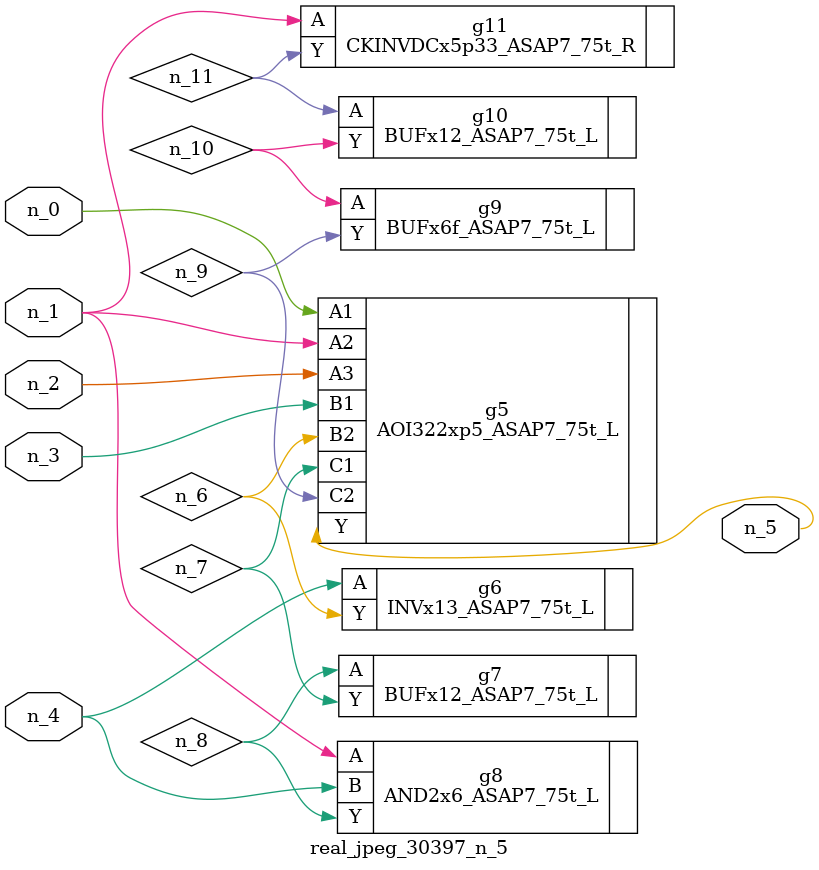
<source format=v>
module real_jpeg_30397_n_5 (n_4, n_0, n_1, n_2, n_3, n_5);

input n_4;
input n_0;
input n_1;
input n_2;
input n_3;

output n_5;

wire n_8;
wire n_11;
wire n_6;
wire n_7;
wire n_10;
wire n_9;

AOI322xp5_ASAP7_75t_L g5 ( 
.A1(n_0),
.A2(n_1),
.A3(n_2),
.B1(n_3),
.B2(n_6),
.C1(n_7),
.C2(n_9),
.Y(n_5)
);

AND2x6_ASAP7_75t_L g8 ( 
.A(n_1),
.B(n_4),
.Y(n_8)
);

CKINVDCx5p33_ASAP7_75t_R g11 ( 
.A(n_1),
.Y(n_11)
);

INVx13_ASAP7_75t_L g6 ( 
.A(n_4),
.Y(n_6)
);

BUFx12_ASAP7_75t_L g7 ( 
.A(n_8),
.Y(n_7)
);

BUFx6f_ASAP7_75t_L g9 ( 
.A(n_10),
.Y(n_9)
);

BUFx12_ASAP7_75t_L g10 ( 
.A(n_11),
.Y(n_10)
);


endmodule
</source>
